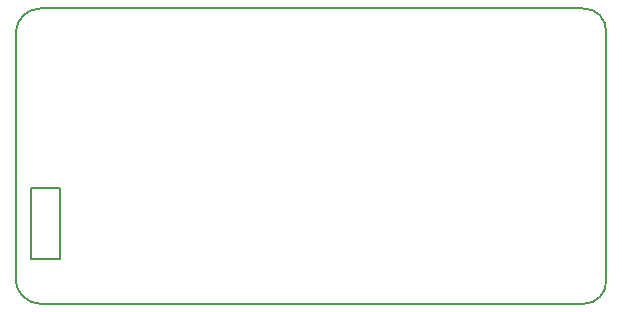
<source format=gbr>
G04 DipTrace 3.1.0.0*
G04 BoardOutline.GBR*
%MOIN*%
G04 #@! TF.FileFunction,Profile*
G04 #@! TF.Part,Single*
%ADD11C,0.005512*%
%FSLAX26Y26*%
G04*
G70*
G90*
G75*
G01*
G04 BoardOutline*
%LPD*%
X81259Y20D2*
D11*
X1892282D1*
G03X1968504Y78760I1712J74605D01*
G01*
Y905531D1*
G03X1892282Y984272I-74510J4135D01*
G01*
X81259D1*
G03X0Y905531I1853J-83211D01*
G01*
Y78760D1*
G03X81259Y20I83112J4471D01*
G01*
X51524Y386193D2*
X149005D1*
Y149972D1*
X51524D1*
Y386193D1*
M02*

</source>
